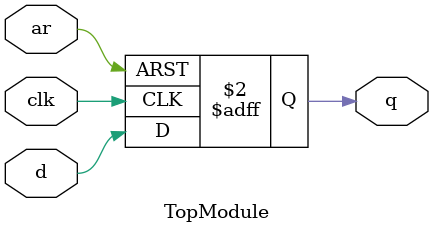
<source format=sv>


module TopModule (
    input  logic clk,  // Clock
    input  logic d,    // Data input
    input  logic ar,   // Asynchronous reset (active‑high)
    output logic q     // Flip‑flop output
);

    // A single always_ff block that models the behavior of a
    // positive‑edge‑triggered D‑FF with an asynchronous reset.
    //
    //   * When `ar` goes high → q is immediately set to 0 (reset state).
    //   * On the positive edge of `clk` (and when `ar` is low) → q takes the
    //     value of `d`.
    //
    // This is synthesizable on all major FPGA/ASIC toolchains.
    always_ff @(posedge clk or posedge ar) begin
        if (ar)
            q <= 1'b0;  // Asynchronous reset
        else
            q <= d;     // Normal D‑FF operation
    end

endmodule

// VERILOG-EVAL: errant inclusion of module definition

</source>
